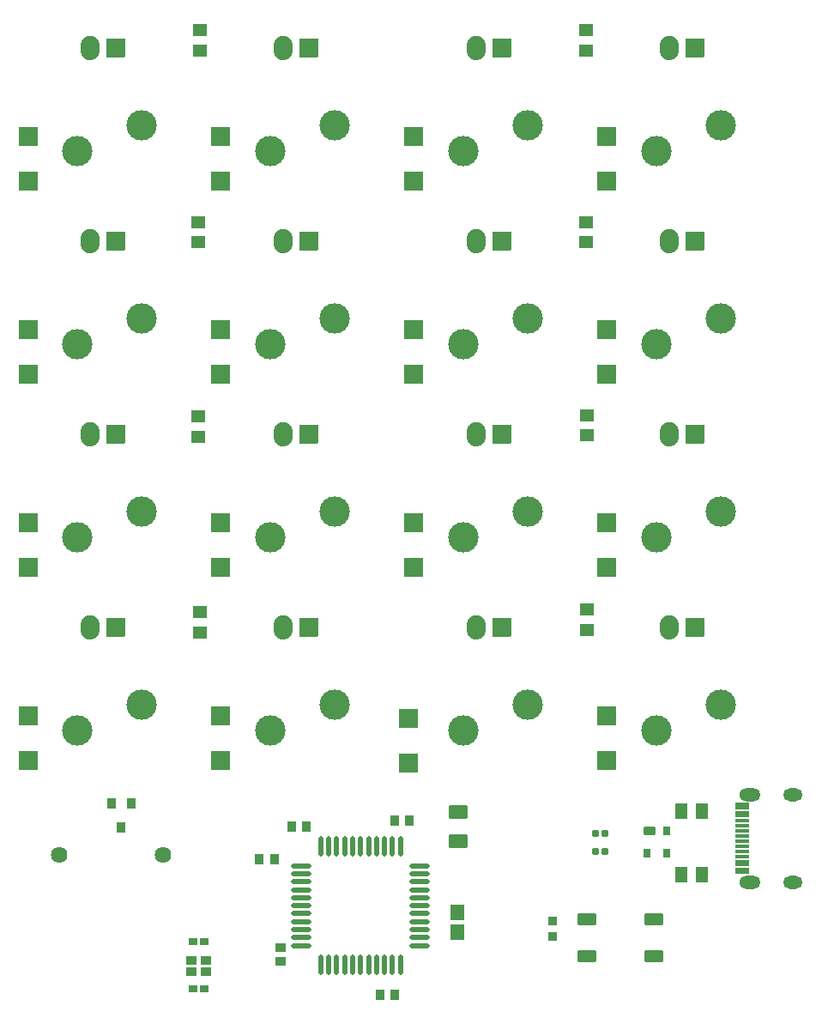
<source format=gbs>
G04 Layer: BottomSolderMaskLayer*
G04 EasyEDA v6.5.42, 2024-04-23 01:25:34*
G04 37435acb23be492c925ee77293ce4e4e,2f8dee597c2d402b932a0ab9ce23454b,10*
G04 Gerber Generator version 0.2*
G04 Scale: 100 percent, Rotated: No, Reflected: No *
G04 Dimensions in millimeters *
G04 leading zeros omitted , absolute positions ,4 integer and 5 decimal *
%FSLAX45Y45*%
%MOMM*%

%AMMACRO1*1,1,$1,$2,$3*1,1,$1,$4,$5*1,1,$1,0-$2,0-$3*1,1,$1,0-$4,0-$5*20,1,$1,$2,$3,$4,$5,0*20,1,$1,$4,$5,0-$2,0-$3,0*20,1,$1,0-$2,0-$3,0-$4,0-$5,0*20,1,$1,0-$4,0-$5,$2,$3,0*4,1,4,$2,$3,$4,$5,0-$2,0-$3,0-$4,0-$5,$2,$3,0*%
%ADD10C,2.9972*%
%ADD11O,1.8796000000000002X2.3876*%
%ADD12MACRO1,0.1016X0.889X-0.889X-0.889X-0.889*%
%ADD13R,1.0016X0.9016*%
%ADD14MACRO1,0.1016X0.4X0.45X-0.4X0.45*%
%ADD15R,1.4016X0.4016*%
%ADD16O,1.9015964X1.3015976000000002*%
%ADD17O,2.1015960000000002X1.3015976000000002*%
%ADD18MACRO1,0.1016X0.85X-0.9X0.85X0.9*%
%ADD19O,1.9968718000000003X0.542544*%
%ADD20O,0.542544X1.9968718000000003*%
%ADD21MACRO1,0.1016X-0.4X-0.45X0.4X-0.45*%
%ADD22MACRO1,0.1016X-0.395X0.27X-0.395X-0.27*%
%ADD23MACRO1,0.1016X0.395X0.27X0.395X-0.27*%
%ADD24MACRO1,0.1016X0.395X-0.27X0.395X0.27*%
%ADD25MACRO1,0.1016X-0.395X-0.27X-0.395X0.27*%
%ADD26MACRO1,0.1016X-0.45X-0.4X0.45X-0.4*%
%ADD27R,1.4516X1.5116*%
%ADD28MACRO1,0.1016X0.864X-0.595X0.864X0.595*%
%ADD29MACRO1,0.1016X-0.85X-0.5X0.85X-0.5*%
%ADD30MACRO1,0.1016X-0.55X-0.35X0.55X-0.35*%
%ADD31MACRO1,0.1016X-0.3X-0.35X0.3X-0.35*%
%ADD32MACRO1,0.1016X0.4032X-0.432X0.4032X0.432*%
%ADD33MACRO1,0.1016X-0.4032X-0.432X-0.4032X0.432*%
%ADD34MACRO1,0.1016X0.2828X-0.27X0.2828X0.27*%
%ADD35MACRO1,0.1016X-0.2828X-0.27X-0.2828X0.27*%
%ADD36R,0.9656X0.9081*%
%ADD37MACRO1,0.1016X-0.5663X0.6885X-0.5663X-0.6885*%
%ADD38MACRO1,0.1016X0.5663X0.6885X0.5663X-0.6885*%
%ADD39R,0.9016X1.1016*%
%ADD40R,1.4786X1.2341*%
%ADD41C,1.6256*%
%ADD42C,0.0198*%

%LPD*%
D10*
G01*
X7048500Y-6921500D03*
G01*
X6413500Y-7175500D03*
D11*
G01*
X6540500Y-6159500D03*
D12*
G01*
X6794500Y-6159487D03*
D10*
G01*
X1333500Y-3111500D03*
G01*
X698500Y-3365500D03*
D11*
G01*
X825500Y-2349500D03*
D12*
G01*
X1079497Y-2349494D03*
D10*
G01*
X3238500Y-3111500D03*
G01*
X2603500Y-3365500D03*
D11*
G01*
X2730500Y-2349500D03*
D12*
G01*
X2984494Y-2349494D03*
D10*
G01*
X5143500Y-3111500D03*
G01*
X4508500Y-3365500D03*
D11*
G01*
X4635500Y-2349500D03*
D12*
G01*
X4889489Y-2349494D03*
D10*
G01*
X7048500Y-3111500D03*
G01*
X6413500Y-3365500D03*
D11*
G01*
X6540500Y-2349500D03*
D12*
G01*
X6794487Y-2349494D03*
D10*
G01*
X1333500Y-1206500D03*
G01*
X698500Y-1460500D03*
D11*
G01*
X825500Y-444500D03*
D12*
G01*
X1079497Y-444497D03*
D10*
G01*
X3238500Y-1206500D03*
G01*
X2603500Y-1460500D03*
D11*
G01*
X2730500Y-444500D03*
D12*
G01*
X2984494Y-444497D03*
D10*
G01*
X5143500Y-1206500D03*
G01*
X4508500Y-1460500D03*
D11*
G01*
X4635500Y-444500D03*
D12*
G01*
X4889500Y-444500D03*
D10*
G01*
X7048500Y-1206500D03*
G01*
X6413500Y-1460500D03*
D11*
G01*
X6540500Y-444500D03*
D12*
G01*
X6794487Y-444497D03*
D10*
G01*
X1333500Y-5016500D03*
G01*
X698500Y-5270500D03*
D11*
G01*
X825500Y-4254500D03*
D12*
G01*
X1079497Y-4254489D03*
D10*
G01*
X3238500Y-5016500D03*
G01*
X2603500Y-5270500D03*
D11*
G01*
X2730500Y-4254500D03*
D12*
G01*
X2984494Y-4254489D03*
D10*
G01*
X5143500Y-5016500D03*
G01*
X4508500Y-5270500D03*
D11*
G01*
X4635500Y-4254500D03*
D12*
G01*
X4889489Y-4254489D03*
D10*
G01*
X7048500Y-5016500D03*
G01*
X6413500Y-5270500D03*
D11*
G01*
X6540500Y-4254500D03*
D12*
G01*
X6794487Y-4254489D03*
D10*
G01*
X1333500Y-6921500D03*
G01*
X698500Y-7175500D03*
D11*
G01*
X825500Y-6159500D03*
D12*
G01*
X1079497Y-6159487D03*
D10*
G01*
X3238500Y-6921500D03*
G01*
X2603500Y-7175500D03*
D11*
G01*
X2730500Y-6159500D03*
D12*
G01*
X2984494Y-6159487D03*
D10*
G01*
X5143500Y-6921500D03*
G01*
X4508500Y-7175500D03*
D11*
G01*
X4635500Y-6159500D03*
D12*
G01*
X4889489Y-6159487D03*
D13*
G01*
X2705100Y-9455302D03*
G01*
X2705100Y-9315297D03*
D14*
G01*
X3687429Y-9780958D03*
G01*
X3827429Y-9780958D03*
D15*
G01*
X7258278Y-8067294D03*
G01*
X7258278Y-8117306D03*
G01*
X7258278Y-8167293D03*
G01*
X7258278Y-8217306D03*
G01*
X7258278Y-8267293D03*
G01*
X7258278Y-8317306D03*
G01*
X7258278Y-8367268D03*
G01*
X7258278Y-8417305D03*
G01*
X7258304Y-7907299D03*
G01*
X7258278Y-7937296D03*
G01*
X7258304Y-7987309D03*
G01*
X7258304Y-8017306D03*
G01*
X7258304Y-8467293D03*
G01*
X7258304Y-8497315D03*
G01*
X7258278Y-8547303D03*
G01*
X7258278Y-8577300D03*
D16*
G01*
X7753095Y-8674811D03*
D17*
G01*
X7335113Y-8674811D03*
G01*
X7335113Y-7809788D03*
D16*
G01*
X7753095Y-7809788D03*
D18*
G01*
X5918200Y-5127448D03*
G01*
X5918200Y-5565941D03*
G01*
X5918200Y-3222453D03*
G01*
X5918200Y-3660946D03*
G01*
X5918189Y-1317456D03*
G01*
X5918189Y-1755948D03*
G01*
X4013200Y-1317454D03*
G01*
X4013200Y-1755947D03*
G01*
X4013207Y-3222445D03*
G01*
X4013207Y-3660938D03*
G01*
X4013207Y-5127440D03*
G01*
X4013207Y-5565933D03*
G01*
X3962400Y-7057853D03*
G01*
X3962400Y-7496346D03*
G01*
X2108197Y-1317466D03*
G01*
X2108197Y-1755959D03*
G01*
X2108200Y-3222458D03*
G01*
X2108200Y-3660951D03*
G01*
X2108200Y-5127453D03*
G01*
X2108200Y-5565946D03*
G01*
X2108200Y-7033464D03*
G01*
X2108200Y-7471957D03*
G01*
X215897Y-1316460D03*
G01*
X215897Y-1754953D03*
G01*
X215897Y-3221452D03*
G01*
X215897Y-3659945D03*
G01*
X215897Y-5126447D03*
G01*
X215897Y-5564940D03*
G01*
X215897Y-7032453D03*
G01*
X215897Y-7470946D03*
G01*
X5918200Y-7033459D03*
G01*
X5918200Y-7471952D03*
D19*
G01*
X4075887Y-8510955D03*
G01*
X4075887Y-8589695D03*
G01*
X4075887Y-8668435D03*
G01*
X4075887Y-8747175D03*
G01*
X4075887Y-8825915D03*
G01*
X4075887Y-8904655D03*
G01*
X4075887Y-8983395D03*
G01*
X4075887Y-9062135D03*
G01*
X4075887Y-9140875D03*
G01*
X4075887Y-9219615D03*
G01*
X4075887Y-9298355D03*
D20*
G01*
X3884447Y-9489795D03*
G01*
X3805707Y-9489795D03*
G01*
X3726967Y-9489795D03*
G01*
X3648227Y-9489795D03*
G01*
X3569487Y-9489795D03*
G01*
X3490747Y-9489795D03*
G01*
X3412007Y-9489795D03*
G01*
X3333267Y-9489795D03*
G01*
X3254527Y-9489795D03*
G01*
X3175787Y-9489795D03*
G01*
X3097047Y-9489795D03*
D19*
G01*
X2905607Y-9298355D03*
G01*
X2905607Y-9219615D03*
G01*
X2905607Y-9140875D03*
G01*
X2905607Y-9062135D03*
G01*
X2905607Y-8983395D03*
G01*
X2905607Y-8904655D03*
G01*
X2905607Y-8825915D03*
G01*
X2905607Y-8747175D03*
G01*
X2905607Y-8668435D03*
G01*
X2905607Y-8589695D03*
G01*
X2905607Y-8510955D03*
D20*
G01*
X3097047Y-8319515D03*
G01*
X3175787Y-8319515D03*
G01*
X3254527Y-8319515D03*
G01*
X3333267Y-8319515D03*
G01*
X3412007Y-8319515D03*
G01*
X3490747Y-8319515D03*
G01*
X3569487Y-8319515D03*
G01*
X3648227Y-8319515D03*
G01*
X3726967Y-8319515D03*
G01*
X3805707Y-8319515D03*
G01*
X3884447Y-8319515D03*
D21*
G01*
X2952899Y-8128000D03*
G01*
X2812900Y-8128000D03*
D22*
G01*
X1946805Y-9728200D03*
D23*
G01*
X1837794Y-9728200D03*
D24*
G01*
X1837794Y-9258300D03*
D25*
G01*
X1946805Y-9258300D03*
D26*
G01*
X1962301Y-9444598D03*
G01*
X1962301Y-9554598D03*
G01*
X1822300Y-9554599D03*
G01*
X1822300Y-9444598D03*
D27*
G01*
X4445000Y-9167799D03*
G01*
X4445000Y-8967800D03*
D28*
G01*
X4457700Y-8272500D03*
G01*
X4457700Y-7983499D03*
D29*
G01*
X5727900Y-9405216D03*
G01*
X6387899Y-9405221D03*
G01*
X5727900Y-9035178D03*
G01*
X6387899Y-9035181D03*
D30*
G01*
X6338496Y-8170396D03*
D31*
G01*
X6508498Y-8170396D03*
G01*
X6508498Y-8390393D03*
G01*
X6318496Y-8390393D03*
D32*
G01*
X2490075Y-8445500D03*
D33*
G01*
X2640724Y-8445500D03*
D34*
G01*
X5811417Y-8191500D03*
D35*
G01*
X5897982Y-8191500D03*
D34*
G01*
X5811417Y-8369300D03*
D35*
G01*
X5897982Y-8369300D03*
D36*
G01*
X5384800Y-9206636D03*
G01*
X5384800Y-9055963D03*
D37*
G01*
X6856404Y-7975600D03*
D38*
G01*
X6656395Y-7975600D03*
D37*
G01*
X6856404Y-8597900D03*
D38*
G01*
X6656395Y-8597900D03*
D39*
G01*
X1225295Y-7898688D03*
G01*
X1130300Y-8128711D03*
G01*
X1035304Y-7898714D03*
D40*
G01*
X1905000Y-468299D03*
G01*
X1905000Y-268300D03*
G01*
X5715000Y-468299D03*
G01*
X5715000Y-268300D03*
G01*
X1892300Y-2360599D03*
G01*
X1892300Y-2160600D03*
G01*
X5715000Y-2360599D03*
G01*
X5715000Y-2160600D03*
G01*
X1892300Y-4278299D03*
G01*
X1892300Y-4078300D03*
G01*
X5727700Y-4265599D03*
G01*
X5727700Y-4065600D03*
G01*
X1905000Y-6208699D03*
G01*
X1905000Y-6008700D03*
G01*
X5727700Y-6183299D03*
G01*
X5727700Y-5983300D03*
D41*
G01*
X1543710Y-8407400D03*
G01*
X513689Y-8407400D03*
D14*
G01*
X3828900Y-8064500D03*
G01*
X3968899Y-8064500D03*
M02*

</source>
